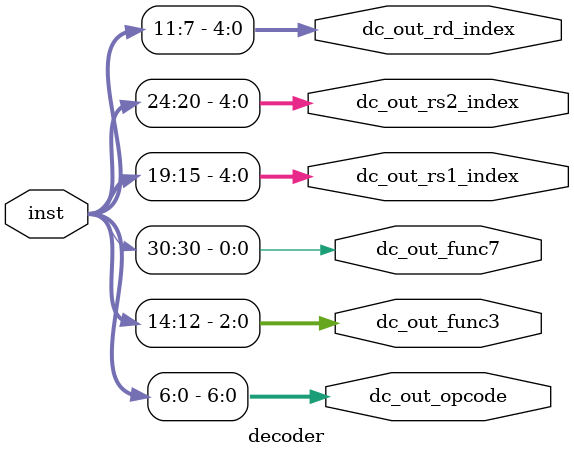
<source format=v>
module decoder(input wire [31:0]inst,
               output wire [6:0] dc_out_opcode,
               output wire [2:0] dc_out_func3,
               output wire dc_out_func7,
               output wire [4:0] dc_out_rs1_index,
               output wire [4:0] dc_out_rs2_index,
               output wire [4:0] dc_out_rd_index);
    
    assign dc_out_opcode    = inst[6:0];
    assign dc_out_func3     = inst[14:12];
    assign dc_out_func7     = inst[30];
    assign dc_out_rs1_index = inst[19:15];
    assign dc_out_rs2_index = inst[24:20];
    assign dc_out_rd_index  = inst[11:7];
endmodule

</source>
